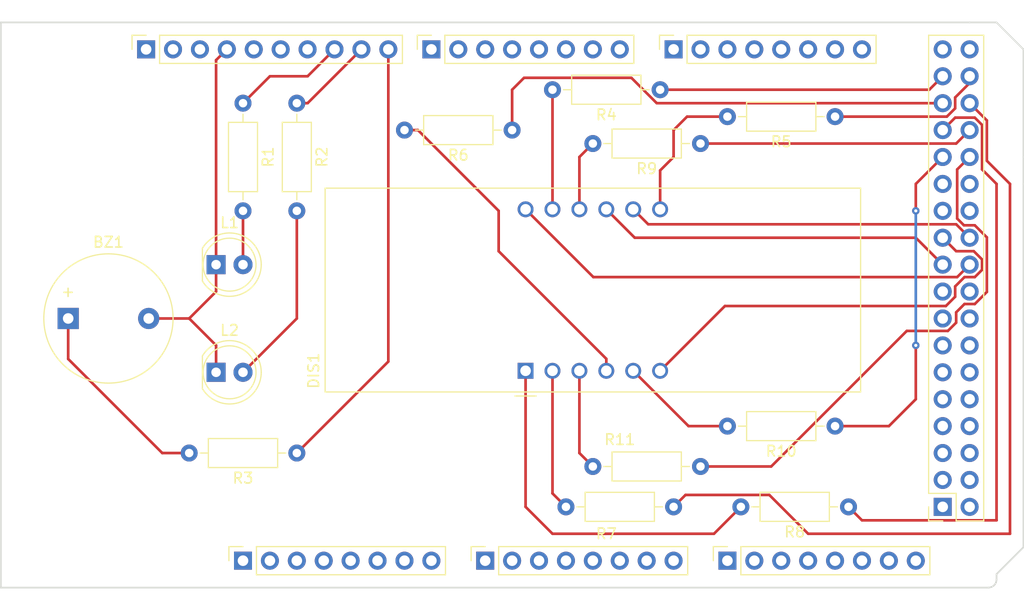
<source format=kicad_pcb>
(kicad_pcb (version 20211014) (generator pcbnew)
  (title_block (date "mar. 31 mars 2015"))
  (layers (0 "F.Cu" signal) (31 "B.Cu" signal) (34 "B.Paste" user) (35 "F.Paste" user) (36 "B.SilkS" user "B.Silkscreen") (37 "F.SilkS" user "F.Silkscreen") (38 "B.Mask" user) (39 "F.Mask" user) (44 "Edge.Cuts" user))
  (net 0 "")
  (net 1 "GND")
  (net 2 "/36")
  (net 3 "/37")
  (net 4 "/34")
  (net 5 "/35")
  (net 6 "/28")
  (net 7 "/29")
  (net 8 "/26")
  (net 9 "/27")
  (net 10 "/24")
  (net 11 "/25")
  (net 12 "/22")
  (net 13 "/23")
  (net 15 "/DIS_E")
  (net 16 "/DIS_D")
  (net 17 "/DIS_DP")
  (net 18 "/DIS_C")
  (net 19 "/DIS_G")
  (net 20 "/DIS_B")
  (net 21 "/DIS_F")
  (net 22 "/DIS_A")
  (net 36 "/10")
  (net 37 "/9")
  (net 38 "/8")
  (net 95 "/BZ_IN")
  (net 96 "/L1_IN")
  (net 97 "/L2_IN")
  (footprint "Connector_PinSocket_2.54mm:PinSocket_2x18_P2.54mm_Vertical" (layer "F.Cu") (at 193.98 92.38 180)
    (fp_text reference "J7" hide)
    (fp_text value "Digital")
    (fp_line (start -1.27 -1.33) (end -1.27 1.27) (layer "F.SilkS") (width 0.12))
    (fp_line (start 1.33 1.27) (end 1.33 44.51) (layer "F.SilkS") (width 0.12))
    (fp_line (start 0 -1.33) (end 1.33 -1.33) (layer "F.SilkS") (width 0.12))
    (fp_line (start -1.27 1.27) (end 1.33 1.27) (layer "F.SilkS") (width 0.12))
    (fp_line (start 1.33 -1.33) (end 1.33 0) (layer "F.SilkS") (width 0.12))
    (fp_line (start -3.87 44.51) (end 1.33 44.51) (layer "F.SilkS") (width 0.12))
    (fp_line (start -3.87 -1.33) (end -1.27 -1.33) (layer "F.SilkS") (width 0.12))
    (fp_line (start -3.87 -1.33) (end -3.87 44.51) (layer "F.SilkS") (width 0.12))
    (pad "1" thru_hole rect locked (at 0 0 180) (size 1.7 1.7) (drill 1) (layers *.Cu *.Mask))
    (pad "2" thru_hole oval locked (at -2.54 0 180) (size 1.7 1.7) (drill 1) (layers *.Cu *.Mask))
    (pad "3" thru_hole oval locked (at 0 2.54 180) (size 1.7 1.7) (drill 1) (layers *.Cu *.Mask))
    (pad "4" thru_hole oval locked (at -2.54 2.54 180) (size 1.7 1.7) (drill 1) (layers *.Cu *.Mask))
    (pad "5" thru_hole oval locked (at 0 5.08 180) (size 1.7 1.7) (drill 1) (layers *.Cu *.Mask))
    (pad "6" thru_hole oval locked (at -2.54 5.08 180) (size 1.7 1.7) (drill 1) (layers *.Cu *.Mask))
    (pad "7" thru_hole oval locked (at 0 7.62 180) (size 1.7 1.7) (drill 1) (layers *.Cu *.Mask))
    (pad "8" thru_hole oval locked (at -2.54 7.62 180) (size 1.7 1.7) (drill 1) (layers *.Cu *.Mask))
    (pad "9" thru_hole oval locked (at 0 10.16 180) (size 1.7 1.7) (drill 1) (layers *.Cu *.Mask))
    (pad "10" thru_hole oval locked (at -2.54 10.16 180) (size 1.7 1.7) (drill 1) (layers *.Cu *.Mask))
    (pad "11" thru_hole oval locked (at 0 12.7 180) (size 1.7 1.7) (drill 1) (layers *.Cu *.Mask))
    (pad "12" thru_hole oval locked (at -2.54 12.7 180) (size 1.7 1.7) (drill 1) (layers *.Cu *.Mask))
    (pad "13" thru_hole oval locked (at 0 15.24 180) (size 1.7 1.7) (drill 1) (layers *.Cu *.Mask))
    (pad "14" thru_hole oval locked (at -2.54 15.24 180) (size 1.7 1.7) (drill 1) (layers *.Cu *.Mask))
    (pad "15" thru_hole oval locked (at 0 17.78 180) (size 1.7 1.7) (drill 1) (layers *.Cu *.Mask))
    (pad "16" thru_hole oval locked (at -2.54 17.78 180) (size 1.7 1.7) (drill 1) (layers *.Cu *.Mask))
    (pad "17" thru_hole oval locked (at 0 20.32 180) (size 1.7 1.7) (drill 1) (layers *.Cu *.Mask))
    (pad "18" thru_hole oval locked (at -2.54 20.32 180) (size 1.7 1.7) (drill 1) (layers *.Cu *.Mask))
    (pad "19" thru_hole oval locked (at 0 22.86 180) (size 1.7 1.7) (drill 1) (layers *.Cu *.Mask) (net 2 "/36"))
    (pad "20" thru_hole oval locked (at -2.54 22.86 180) (size 1.7 1.7) (drill 1) (layers *.Cu *.Mask) (net 3 "/37"))
    (pad "21" thru_hole oval locked (at 0 25.4 180) (size 1.7 1.7) (drill 1) (layers *.Cu *.Mask) (net 4 "/34"))
    (pad "22" thru_hole oval locked (at -2.54 25.4 180) (size 1.7 1.7) (drill 1) (layers *.Cu *.Mask) (net 5 "/35"))
    (pad "23" thru_hole oval locked (at 0 27.94 180) (size 1.7 1.7) (drill 1) (layers *.Cu *.Mask))
    (pad "24" thru_hole oval locked (at -2.54 27.94 180) (size 1.7 1.7) (drill 1) (layers *.Cu *.Mask))
    (pad "25" thru_hole oval locked (at 0 30.48 180) (size 1.7 1.7) (drill 1) (layers *.Cu *.Mask))
    (pad "26" thru_hole oval locked (at -2.54 30.48 180) (size 1.7 1.7) (drill 1) (layers *.Cu *.Mask))
    (pad "27" thru_hole oval locked (at 0 33.02 180) (size 1.7 1.7) (drill 1) (layers *.Cu *.Mask) (net 6 "/28"))
    (pad "28" thru_hole oval locked (at -2.54 33.02 180) (size 1.7 1.7) (drill 1) (layers *.Cu *.Mask) (net 7 "/29"))
    (pad "29" thru_hole oval locked (at 0 35.56 180) (size 1.7 1.7) (drill 1) (layers *.Cu *.Mask) (net 8 "/26"))
    (pad "30" thru_hole oval locked (at -2.54 35.56 180) (size 1.7 1.7) (drill 1) (layers *.Cu *.Mask) (net 9 "/27"))
    (pad "31" thru_hole oval locked (at 0 38.1 180) (size 1.7 1.7) (drill 1) (layers *.Cu *.Mask) (net 10 "/24"))
    (pad "32" thru_hole oval locked (at -2.54 38.1 180) (size 1.7 1.7) (drill 1) (layers *.Cu *.Mask) (net 11 "/25"))
    (pad "33" thru_hole oval locked (at 0 40.64 180) (size 1.7 1.7) (drill 1) (layers *.Cu *.Mask) (net 12 "/22"))
    (pad "34" thru_hole oval locked (at -2.54 40.64 180) (size 1.7 1.7) (drill 1) (layers *.Cu *.Mask) (net 13 "/23"))
    (pad "35" thru_hole oval locked (at 0 43.18 180) (size 1.7 1.7) (drill 1) (layers *.Cu *.Mask))
    (pad "36" thru_hole oval locked (at -2.54 43.18 180) (size 1.7 1.7) (drill 1) (layers *.Cu *.Mask))
  )
  (footprint "Connector_PinSocket_2.54mm:PinSocket_1x08_P2.54mm_Vertical" (layer "F.Cu") (at 127.94 97.46 90)
    (fp_text reference "J1" hide)
    (fp_text value "Power")
    (fp_line (start -1.33 1.27) (end -1.33 19.11) (layer "F.SilkS") (width 0.12))
    (fp_line (start -1.33 1.27) (end 1.33 1.27) (layer "F.SilkS") (width 0.12))
    (fp_line (start -1.33 19.11) (end 1.33 19.11) (layer "F.SilkS") (width 0.12))
    (fp_line (start 1.33 1.27) (end 1.33 19.11) (layer "F.SilkS") (width 0.12))
    (fp_line (start 0 -1.33) (end 1.33 -1.33) (layer "F.SilkS") (width 0.12))
    (fp_line (start 1.33 -1.33) (end 1.33 0) (layer "F.SilkS") (width 0.12))
    (pad "1" thru_hole rect locked (at 0 0 90) (size 1.7 1.7) (drill 1) (layers *.Cu *.Mask))
    (pad "2" thru_hole oval locked (at 0 2.54 90) (size 1.7 1.7) (drill 1) (layers *.Cu *.Mask))
    (pad "3" thru_hole oval locked (at 0 5.08 90) (size 1.7 1.7) (drill 1) (layers *.Cu *.Mask))
    (pad "4" thru_hole oval locked (at 0 7.62 90) (size 1.7 1.7) (drill 1) (layers *.Cu *.Mask))
    (pad "5" thru_hole oval locked (at 0 10.16 90) (size 1.7 1.7) (drill 1) (layers *.Cu *.Mask))
    (pad "6" thru_hole oval locked (at 0 12.7 90) (size 1.7 1.7) (drill 1) (layers *.Cu *.Mask))
    (pad "7" thru_hole oval locked (at 0 15.24 90) (size 1.7 1.7) (drill 1) (layers *.Cu *.Mask))
    (pad "8" thru_hole oval locked (at 0 17.78 90) (size 1.7 1.7) (drill 1) (layers *.Cu *.Mask))
  )
  (footprint "Connector_PinSocket_2.54mm:PinSocket_1x08_P2.54mm_Vertical" (layer "F.Cu") (at 150.8 97.46 90)
    (fp_text reference "J3" hide)
    (fp_text value "Analog")
    (fp_line (start -1.33 1.27) (end -1.33 19.11) (layer "F.SilkS") (width 0.12))
    (fp_line (start 1.33 1.27) (end 1.33 19.11) (layer "F.SilkS") (width 0.12))
    (fp_line (start 0 -1.33) (end 1.33 -1.33) (layer "F.SilkS") (width 0.12))
    (fp_line (start 1.33 -1.33) (end 1.33 0) (layer "F.SilkS") (width 0.12))
    (fp_line (start -1.33 1.27) (end 1.33 1.27) (layer "F.SilkS") (width 0.12))
    (fp_line (start -1.33 19.11) (end 1.33 19.11) (layer "F.SilkS") (width 0.12))
    (pad "1" thru_hole rect locked (at 0 0 90) (size 1.7 1.7) (drill 1) (layers *.Cu *.Mask))
    (pad "2" thru_hole oval locked (at 0 2.54 90) (size 1.7 1.7) (drill 1) (layers *.Cu *.Mask))
    (pad "3" thru_hole oval locked (at 0 5.08 90) (size 1.7 1.7) (drill 1) (layers *.Cu *.Mask))
    (pad "4" thru_hole oval locked (at 0 7.62 90) (size 1.7 1.7) (drill 1) (layers *.Cu *.Mask))
    (pad "5" thru_hole oval locked (at 0 10.16 90) (size 1.7 1.7) (drill 1) (layers *.Cu *.Mask))
    (pad "6" thru_hole oval locked (at 0 12.7 90) (size 1.7 1.7) (drill 1) (layers *.Cu *.Mask))
    (pad "7" thru_hole oval locked (at 0 15.24 90) (size 1.7 1.7) (drill 1) (layers *.Cu *.Mask))
    (pad "8" thru_hole oval locked (at 0 17.78 90) (size 1.7 1.7) (drill 1) (layers *.Cu *.Mask))
  )
  (footprint "Connector_PinSocket_2.54mm:PinSocket_1x08_P2.54mm_Vertical" (layer "F.Cu") (at 173.66 97.46 90)
    (fp_text reference "J5" hide)
    (fp_text value "Analog")
    (fp_line (start -1.33 1.27) (end -1.33 19.11) (layer "F.SilkS") (width 0.12))
    (fp_line (start 0 -1.33) (end 1.33 -1.33) (layer "F.SilkS") (width 0.12))
    (fp_line (start -1.33 19.11) (end 1.33 19.11) (layer "F.SilkS") (width 0.12))
    (fp_line (start 1.33 -1.33) (end 1.33 0) (layer "F.SilkS") (width 0.12))
    (fp_line (start -1.33 1.27) (end 1.33 1.27) (layer "F.SilkS") (width 0.12))
    (fp_line (start 1.33 1.27) (end 1.33 19.11) (layer "F.SilkS") (width 0.12))
    (pad "1" thru_hole rect locked (at 0 0 90) (size 1.7 1.7) (drill 1) (layers *.Cu *.Mask))
    (pad "2" thru_hole oval locked (at 0 2.54 90) (size 1.7 1.7) (drill 1) (layers *.Cu *.Mask))
    (pad "3" thru_hole oval locked (at 0 5.08 90) (size 1.7 1.7) (drill 1) (layers *.Cu *.Mask))
    (pad "4" thru_hole oval locked (at 0 7.62 90) (size 1.7 1.7) (drill 1) (layers *.Cu *.Mask))
    (pad "5" thru_hole oval locked (at 0 10.16 90) (size 1.7 1.7) (drill 1) (layers *.Cu *.Mask))
    (pad "6" thru_hole oval locked (at 0 12.7 90) (size 1.7 1.7) (drill 1) (layers *.Cu *.Mask))
    (pad "7" thru_hole oval locked (at 0 15.24 90) (size 1.7 1.7) (drill 1) (layers *.Cu *.Mask))
    (pad "8" thru_hole oval locked (at 0 17.78 90) (size 1.7 1.7) (drill 1) (layers *.Cu *.Mask))
  )
  (footprint "Connector_PinSocket_2.54mm:PinSocket_1x10_P2.54mm_Vertical" (layer "F.Cu") (at 118.796 49.2 90)
    (fp_text reference "J2" hide)
    (fp_text value "PWM")
    (fp_line (start -1.33 1.27) (end 1.33 1.27) (layer "F.SilkS") (width 0.12))
    (fp_line (start 1.33 1.27) (end 1.33 24.19) (layer "F.SilkS") (width 0.12))
    (fp_line (start -1.33 24.19) (end 1.33 24.19) (layer "F.SilkS") (width 0.12))
    (fp_line (start 0 -1.33) (end 1.33 -1.33) (layer "F.SilkS") (width 0.12))
    (fp_line (start 1.33 -1.33) (end 1.33 0) (layer "F.SilkS") (width 0.12))
    (fp_line (start -1.33 1.27) (end -1.33 24.19) (layer "F.SilkS") (width 0.12))
    (pad "1" thru_hole rect locked (at 0 0 90) (size 1.7 1.7) (drill 1) (layers *.Cu *.Mask))
    (pad "2" thru_hole oval locked (at 0 2.54 90) (size 1.7 1.7) (drill 1) (layers *.Cu *.Mask))
    (pad "3" thru_hole oval locked (at 0 5.08 90) (size 1.7 1.7) (drill 1) (layers *.Cu *.Mask))
    (pad "4" thru_hole oval locked (at 0 7.62 90) (size 1.7 1.7) (drill 1) (layers *.Cu *.Mask) (net 1 "GND"))
    (pad "5" thru_hole oval locked (at 0 10.16 90) (size 1.7 1.7) (drill 1) (layers *.Cu *.Mask))
    (pad "6" thru_hole oval locked (at 0 12.7 90) (size 1.7 1.7) (drill 1) (layers *.Cu *.Mask))
    (pad "7" thru_hole oval locked (at 0 15.24 90) (size 1.7 1.7) (drill 1) (layers *.Cu *.Mask))
    (pad "8" thru_hole oval locked (at 0 17.78 90) (size 1.7 1.7) (drill 1) (layers *.Cu *.Mask) (net 36 "/10"))
    (pad "9" thru_hole oval locked (at 0 20.32 90) (size 1.7 1.7) (drill 1) (layers *.Cu *.Mask) (net 37 "/9"))
    (pad "10" thru_hole oval locked (at 0 22.86 90) (size 1.7 1.7) (drill 1) (layers *.Cu *.Mask) (net 38 "/8"))
  )
  (footprint "Connector_PinSocket_2.54mm:PinSocket_1x08_P2.54mm_Vertical" (layer "F.Cu") (at 145.72 49.2 90)
    (fp_text reference "J4" hide)
    (fp_text value "PWM")
    (fp_line (start 0 -1.33) (end 1.33 -1.33) (layer "F.SilkS") (width 0.12))
    (fp_line (start -1.33 1.27) (end -1.33 19.11) (layer "F.SilkS") (width 0.12))
    (fp_line (start -1.33 19.11) (end 1.33 19.11) (layer "F.SilkS") (width 0.12))
    (fp_line (start -1.33 1.27) (end 1.33 1.27) (layer "F.SilkS") (width 0.12))
    (fp_line (start 1.33 1.27) (end 1.33 19.11) (layer "F.SilkS") (width 0.12))
    (fp_line (start 1.33 -1.33) (end 1.33 0) (layer "F.SilkS") (width 0.12))
    (pad "1" thru_hole rect locked (at 0 0 90) (size 1.7 1.7) (drill 1) (layers *.Cu *.Mask))
    (pad "2" thru_hole oval locked (at 0 2.54 90) (size 1.7 1.7) (drill 1) (layers *.Cu *.Mask))
    (pad "3" thru_hole oval locked (at 0 5.08 90) (size 1.7 1.7) (drill 1) (layers *.Cu *.Mask))
    (pad "4" thru_hole oval locked (at 0 7.62 90) (size 1.7 1.7) (drill 1) (layers *.Cu *.Mask))
    (pad "5" thru_hole oval locked (at 0 10.16 90) (size 1.7 1.7) (drill 1) (layers *.Cu *.Mask))
    (pad "6" thru_hole oval locked (at 0 12.7 90) (size 1.7 1.7) (drill 1) (layers *.Cu *.Mask))
    (pad "7" thru_hole oval locked (at 0 15.24 90) (size 1.7 1.7) (drill 1) (layers *.Cu *.Mask))
    (pad "8" thru_hole oval locked (at 0 17.78 90) (size 1.7 1.7) (drill 1) (layers *.Cu *.Mask))
  )
  (footprint "Connector_PinSocket_2.54mm:PinSocket_1x08_P2.54mm_Vertical" (layer "F.Cu") (at 168.58 49.2 90)
    (fp_text reference "J6" hide)
    (fp_text value "Communication")
    (fp_line (start 0 -1.33) (end 1.33 -1.33) (layer "F.SilkS") (width 0.12))
    (fp_line (start -1.33 1.27) (end 1.33 1.27) (layer "F.SilkS") (width 0.12))
    (fp_line (start 1.33 -1.33) (end 1.33 0) (layer "F.SilkS") (width 0.12))
    (fp_line (start 1.33 1.27) (end 1.33 19.11) (layer "F.SilkS") (width 0.12))
    (fp_line (start -1.33 1.27) (end -1.33 19.11) (layer "F.SilkS") (width 0.12))
    (fp_line (start -1.33 19.11) (end 1.33 19.11) (layer "F.SilkS") (width 0.12))
    (pad "1" thru_hole rect locked (at 0 0 90) (size 1.7 1.7) (drill 1) (layers *.Cu *.Mask))
    (pad "2" thru_hole oval locked (at 0 2.54 90) (size 1.7 1.7) (drill 1) (layers *.Cu *.Mask))
    (pad "3" thru_hole oval locked (at 0 5.08 90) (size 1.7 1.7) (drill 1) (layers *.Cu *.Mask))
    (pad "4" thru_hole oval locked (at 0 7.62 90) (size 1.7 1.7) (drill 1) (layers *.Cu *.Mask))
    (pad "5" thru_hole oval locked (at 0 10.16 90) (size 1.7 1.7) (drill 1) (layers *.Cu *.Mask))
    (pad "6" thru_hole oval locked (at 0 12.7 90) (size 1.7 1.7) (drill 1) (layers *.Cu *.Mask))
    (pad "7" thru_hole oval locked (at 0 15.24 90) (size 1.7 1.7) (drill 1) (layers *.Cu *.Mask))
    (pad "8" thru_hole oval locked (at 0 17.78 90) (size 1.7 1.7) (drill 1) (layers *.Cu *.Mask))
  )
  (footprint "Resistor_THT:R_Axial_DIN0207_L6.3mm_D2.5mm_P10.16mm_Horizontal" (layer "F.Cu") (at 127.94 54.28 -90)
    (fp_text reference "R1" (at 5.08 -2.37 -90) (layer "F.SilkS"))
    (fp_text value "220")
    (fp_line (start 1.04 0) (end 1.81 0) (layer "F.SilkS") (width 0.12))
    (fp_line (start 1.81 -1.37) (end 1.81 1.37) (layer "F.SilkS") (width 0.12))
    (fp_line (start 8.35 -1.37) (end 1.81 -1.37) (layer "F.SilkS") (width 0.12))
    (fp_line (start 8.35 1.37) (end 8.35 -1.37) (layer "F.SilkS") (width 0.12))
    (fp_line (start 1.81 1.37) (end 8.35 1.37) (layer "F.SilkS") (width 0.12))
    (fp_line (start 9.12 0) (end 8.35 0) (layer "F.SilkS") (width 0.12))
    (pad "1" thru_hole circle (at 0 0 270) (size 1.6 1.6) (drill 0.8) (layers *.Cu *.Mask) (net 36 "/10"))
    (pad "2" thru_hole oval (at 10.16 0 270) (size 1.6 1.6) (drill 0.8) (layers *.Cu *.Mask) (net 96 "/L1_IN"))
  )
  (footprint "LED_THT:LED_D5.0mm" (layer "F.Cu") (at 125.4 69.52)
    (fp_text reference "L1" (at 1.27 -3.96) (layer "F.SilkS"))
    (fp_text value "LED")
    (fp_line (start -1.29 -1.545) (end -1.29 1.545) (layer "F.SilkS") (width 0.12))
    (fp_arc (start -1.29 -1.54483) (mid 2.072002 -2.880433) (end 4.26 0.000462) (layer "F.SilkS") (width 0.12))
    (fp_arc (start 4.26 -0.000462) (mid 2.072002 2.880433) (end -1.29 1.54483) (layer "F.SilkS") (width 0.12))
    (fp_circle (center 1.27 0) (end 3.77 0) (layer "F.SilkS") (width 0.12) (fill none))
    (pad "1" thru_hole rect (at 0 0) (size 1.8 1.8) (drill 0.9) (layers *.Cu *.Mask) (net 1 "GND"))
    (pad "2" thru_hole circle (at 2.54 0) (size 1.8 1.8) (drill 0.9) (layers *.Cu *.Mask) (net 96 "/L1_IN"))
  )
  (footprint "Resistor_THT:R_Axial_DIN0207_L6.3mm_D2.5mm_P10.16mm_Horizontal" (layer "F.Cu") (at 168.58 92.38 180)
    (fp_text reference "R7" (at 6.35 -2.54 180) (layer "F.SilkS"))
    (fp_text value "220")
    (fp_line (start 9.12 0) (end 8.35 0) (layer "F.SilkS") (width 0.12))
    (fp_line (start 1.04 0) (end 1.81 0) (layer "F.SilkS") (width 0.12))
    (fp_line (start 1.81 1.37) (end 8.35 1.37) (layer "F.SilkS") (width 0.12))
    (fp_line (start 8.35 -1.37) (end 1.81 -1.37) (layer "F.SilkS") (width 0.12))
    (fp_line (start 8.35 1.37) (end 8.35 -1.37) (layer "F.SilkS") (width 0.12))
    (fp_line (start 1.81 -1.37) (end 1.81 1.37) (layer "F.SilkS") (width 0.12))
    (pad "1" thru_hole circle (at 0 0 180) (size 1.6 1.6) (drill 0.8) (layers *.Cu *.Mask) (net 11 "/25"))
    (pad "2" thru_hole oval (at 10.16 0 180) (size 1.6 1.6) (drill 0.8) (layers *.Cu *.Mask) (net 16 "/DIS_D"))
  )
  (footprint "Arduino_MountingHole:MountingHole_3.2mm" (layer "F.Cu") (at 196.52 97.46)
    (fp_text reference "MH6" hide)
    (fp_text value "MountingHole_3.2mm" hide)
    (pad "" np_thru_hole circle locked (at 0 0) (size 3.2 3.2) (drill 3.2) (layers *.Cu *.Mask))
  )
  (footprint "Resistor_THT:R_Axial_DIN0207_L6.3mm_D2.5mm_P10.16mm_Horizontal" (layer "F.Cu") (at 167.31 53.01 180)
    (fp_text reference "R4" (at 5.08 -2.37 180) (layer "F.SilkS"))
    (fp_text value "220")
    (fp_line (start 1.04 0) (end 1.81 0) (layer "F.SilkS") (width 0.12))
    (fp_line (start 9.12 0) (end 8.35 0) (layer "F.SilkS") (width 0.12))
    (fp_line (start 1.81 1.37) (end 8.35 1.37) (layer "F.SilkS") (width 0.12))
    (fp_line (start 1.81 -1.37) (end 1.81 1.37) (layer "F.SilkS") (width 0.12))
    (fp_line (start 8.35 1.37) (end 8.35 -1.37) (layer "F.SilkS") (width 0.12))
    (fp_line (start 8.35 -1.37) (end 1.81 -1.37) (layer "F.SilkS") (width 0.12))
    (pad "1" thru_hole circle (at 0 0 180) (size 1.6 1.6) (drill 0.8) (layers *.Cu *.Mask) (net 12 "/22"))
    (pad "2" thru_hole oval (at 10.16 0 180) (size 1.6 1.6) (drill 0.8) (layers *.Cu *.Mask) (net 22 "/DIS_A"))
  )
  (footprint "Resistor_THT:R_Axial_DIN0207_L6.3mm_D2.5mm_P10.16mm_Horizontal" (layer "F.Cu") (at 171.12 88.57 180)
    (fp_text reference "R11" (at 7.62 2.54 180) (layer "F.SilkS"))
    (fp_text value "220")
    (fp_line (start 1.04 0) (end 1.81 0) (layer "F.SilkS") (width 0.12))
    (fp_line (start 1.81 1.37) (end 8.35 1.37) (layer "F.SilkS") (width 0.12))
    (fp_line (start 9.12 0) (end 8.35 0) (layer "F.SilkS") (width 0.12))
    (fp_line (start 8.35 1.37) (end 8.35 -1.37) (layer "F.SilkS") (width 0.12))
    (fp_line (start 8.35 -1.37) (end 1.81 -1.37) (layer "F.SilkS") (width 0.12))
    (fp_line (start 1.81 -1.37) (end 1.81 1.37) (layer "F.SilkS") (width 0.12))
    (pad "1" thru_hole circle (at 0 0 180) (size 1.6 1.6) (drill 0.8) (layers *.Cu *.Mask) (net 7 "/29"))
    (pad "2" thru_hole oval (at 10.16 0 180) (size 1.6 1.6) (drill 0.8) (layers *.Cu *.Mask) (net 17 "/DIS_DP"))
  )
  (footprint "Arduino_MountingHole:MountingHole_3.2mm" (layer "F.Cu") (at 115.24 49.2)
    (fp_text reference "MH1" hide)
    (fp_text value "MountingHole_3.2mm" hide)
    (pad "" np_thru_hole circle locked (at 0 0) (size 3.2 3.2) (drill 3.2) (layers *.Cu *.Mask))
  )
  (footprint "Resistor_THT:R_Axial_DIN0207_L6.3mm_D2.5mm_P10.16mm_Horizontal" (layer "F.Cu") (at 185.09 92.38 180)
    (fp_text reference "R8" (at 5.08 -2.37 180) (layer "F.SilkS"))
    (fp_text value "220")
    (fp_line (start 1.81 1.37) (end 8.35 1.37) (layer "F.SilkS") (width 0.12))
    (fp_line (start 9.12 0) (end 8.35 0) (layer "F.SilkS") (width 0.12))
    (fp_line (start 1.81 -1.37) (end 1.81 1.37) (layer "F.SilkS") (width 0.12))
    (fp_line (start 8.35 -1.37) (end 1.81 -1.37) (layer "F.SilkS") (width 0.12))
    (fp_line (start 8.35 1.37) (end 8.35 -1.37) (layer "F.SilkS") (width 0.12))
    (fp_line (start 1.04 0) (end 1.81 0) (layer "F.SilkS") (width 0.12))
    (pad "1" thru_hole circle (at 0 0 180) (size 1.6 1.6) (drill 0.8) (layers *.Cu *.Mask) (net 8 "/26"))
    (pad "2" thru_hole oval (at 10.16 0 180) (size 1.6 1.6) (drill 0.8) (layers *.Cu *.Mask) (net 15 "/DIS_E"))
  )
  (footprint "Resistor_THT:R_Axial_DIN0207_L6.3mm_D2.5mm_P10.16mm_Horizontal" (layer "F.Cu") (at 183.82 55.55 180)
    (fp_text reference "R5" (at 5.08 -2.37 180) (layer "F.SilkS"))
    (fp_text value "220")
    (fp_line (start 9.12 0) (end 8.35 0) (layer "F.SilkS") (width 0.12))
    (fp_line (start 1.04 0) (end 1.81 0) (layer "F.SilkS") (width 0.12))
    (fp_line (start 1.81 1.37) (end 8.35 1.37) (layer "F.SilkS") (width 0.12))
    (fp_line (start 8.35 -1.37) (end 1.81 -1.37) (layer "F.SilkS") (width 0.12))
    (fp_line (start 1.81 -1.37) (end 1.81 1.37) (layer "F.SilkS") (width 0.12))
    (fp_line (start 8.35 1.37) (end 8.35 -1.37) (layer "F.SilkS") (width 0.12))
    (pad "1" thru_hole circle (at 0 0 180) (size 1.6 1.6) (drill 0.8) (layers *.Cu *.Mask) (net 13 "/23"))
    (pad "2" thru_hole oval (at 10.16 0 180) (size 1.6 1.6) (drill 0.8) (layers *.Cu *.Mask) (net 20 "/DIS_B"))
  )
  (footprint "Resistor_THT:R_Axial_DIN0207_L6.3mm_D2.5mm_P10.16mm_Horizontal" (layer "F.Cu") (at 133.02 87.3 180)
    (fp_text reference "R3" (at 5.08 -2.37 180) (layer "F.SilkS"))
    (fp_text value "220")
    (fp_line (start 8.35 -1.37) (end 1.81 -1.37) (layer "F.SilkS") (width 0.12))
    (fp_line (start 8.35 1.37) (end 8.35 -1.37) (layer "F.SilkS") (width 0.12))
    (fp_line (start 9.12 0) (end 8.35 0) (layer "F.SilkS") (width 0.12))
    (fp_line (start 1.81 -1.37) (end 1.81 1.37) (layer "F.SilkS") (width 0.12))
    (fp_line (start 1.81 1.37) (end 8.35 1.37) (layer "F.SilkS") (width 0.12))
    (fp_line (start 1.04 0) (end 1.81 0) (layer "F.SilkS") (width 0.12))
    (pad "1" thru_hole circle (at 0 0 180) (size 1.6 1.6) (drill 0.8) (layers *.Cu *.Mask) (net 38 "/8"))
    (pad "2" thru_hole oval (at 10.16 0 180) (size 1.6 1.6) (drill 0.8) (layers *.Cu *.Mask) (net 95 "/BZ_IN"))
  )
  (footprint "Resistor_THT:R_Axial_DIN0207_L6.3mm_D2.5mm_P10.16mm_Horizontal" (layer "F.Cu") (at 153.34 56.82 180)
    (fp_text reference "R6" (at 5.08 -2.37) (layer "F.SilkS"))
    (fp_text value "220")
    (fp_line (start 8.35 1.37) (end 8.35 -1.37) (layer "F.SilkS") (width 0.12))
    (fp_line (start 8.35 -1.37) (end 1.81 -1.37) (layer "F.SilkS") (width 0.12))
    (fp_line (start 1.81 1.37) (end 8.35 1.37) (layer "F.SilkS") (width 0.12))
    (fp_line (start 9.12 0) (end 8.35 0) (layer "F.SilkS") (width 0.12))
    (fp_line (start 1.04 0) (end 1.81 0) (layer "F.SilkS") (width 0.12))
    (fp_line (start 1.81 -1.37) (end 1.81 1.37) (layer "F.SilkS") (width 0.12))
    (pad "1" thru_hole circle (at 0 0 180) (size 1.6 1.6) (drill 0.8) (layers *.Cu *.Mask) (net 10 "/24"))
    (pad "2" thru_hole oval (at 10.16 0 180) (size 1.6 1.6) (drill 0.8) (layers *.Cu *.Mask) (net 18 "/DIS_C"))
  )
  (footprint "Resistor_THT:R_Axial_DIN0207_L6.3mm_D2.5mm_P10.16mm_Horizontal" (layer "F.Cu") (at 171.12 58.09 180)
    (fp_text reference "R9" (at 5.08 -2.37 180) (layer "F.SilkS"))
    (fp_text value "220")
    (fp_line (start 1.81 -1.37) (end 1.81 1.37) (layer "F.SilkS") (width 0.12))
    (fp_line (start 9.12 0) (end 8.35 0) (layer "F.SilkS") (width 0.12))
    (fp_line (start 1.04 0) (end 1.81 0) (layer "F.SilkS") (width 0.12))
    (fp_line (start 1.81 1.37) (end 8.35 1.37) (layer "F.SilkS") (width 0.12))
    (fp_line (start 8.35 -1.37) (end 1.81 -1.37) (layer "F.SilkS") (width 0.12))
    (fp_line (start 8.35 1.37) (end 8.35 -1.37) (layer "F.SilkS") (width 0.12))
    (pad "1" thru_hole circle (at 0 0 180) (size 1.6 1.6) (drill 0.8) (layers *.Cu *.Mask) (net 9 "/27"))
    (pad "2" thru_hole oval (at 10.16 0 180) (size 1.6 1.6) (drill 0.8) (layers *.Cu *.Mask) (net 21 "/DIS_F"))
  )
  (footprint "Display_7Segment:CA56-12SRWA" (layer "F.Cu") (at 154.61 79.5375 90)
    (fp_text reference "DIS1" (at 0 -20 90) (layer "F.SilkS"))
    (fp_text value "CC56-12SRWA")
    (fp_line (start -2 31.62) (end 17.24 31.62) (layer "F.SilkS") (width 0.12))
    (fp_line (start 17.24 31.62) (end 17.24 -18.92) (layer "F.SilkS") (width 0.12))
    (fp_line (start -2 -18.92) (end -2 31.62) (layer "F.SilkS") (width 0.12))
    (fp_line (start -2 -18.92) (end 17.24 -18.92) (layer "F.SilkS") (width 0.12))
    (fp_line (start -2.38 -1) (end -2.38 1) (layer "F.SilkS") (width 0.12))
    (pad "1" thru_hole rect (at 0 0 90) (size 1.5 1.5) (drill 1) (layers *.Cu *.Mask) (net 15 "/DIS_E"))
    (pad "2" thru_hole circle (at 0 2.54 90) (size 1.5 1.5) (drill 1) (layers *.Cu *.Mask) (net 16 "/DIS_D"))
    (pad "3" thru_hole circle (at 0 5.08 90) (size 1.5 1.5) (drill 1) (layers *.Cu *.Mask) (net 17 "/DIS_DP"))
    (pad "4" thru_hole circle (at 0 7.62 90) (size 1.5 1.5) (drill 1) (layers *.Cu *.Mask) (net 18 "/DIS_C"))
    (pad "5" thru_hole circle (at 0 10.16 90) (size 1.5 1.5) (drill 1) (layers *.Cu *.Mask) (net 19 "/DIS_G"))
    (pad "6" thru_hole circle (at 0 12.7 90) (size 1.5 1.5) (drill 1) (layers *.Cu *.Mask) (net 4 "/34"))
    (pad "7" thru_hole circle (at 15.24 12.7 90) (size 1.5 1.5) (drill 1) (layers *.Cu *.Mask) (net 20 "/DIS_B"))
    (pad "8" thru_hole circle (at 15.24 10.16 90) (size 1.5 1.5) (drill 1) (layers *.Cu *.Mask) (net 5 "/35"))
    (pad "9" thru_hole circle (at 15.24 7.62 90) (size 1.5 1.5) (drill 1) (layers *.Cu *.Mask) (net 2 "/36"))
    (pad "10" thru_hole circle (at 15.24 5.08 90) (size 1.5 1.5) (drill 1) (layers *.Cu *.Mask) (net 21 "/DIS_F"))
    (pad "11" thru_hole circle (at 15.24 2.54 90) (size 1.5 1.5) (drill 1) (layers *.Cu *.Mask) (net 22 "/DIS_A"))
    (pad "12" thru_hole circle (at 15.24 0 90) (size 1.5 1.5) (drill 1) (layers *.Cu *.Mask) (net 3 "/37"))
  )
  (footprint "Resistor_THT:R_Axial_DIN0207_L6.3mm_D2.5mm_P10.16mm_Horizontal" (layer "F.Cu") (at 183.82 84.76 180)
    (fp_text reference "R10" (at 5.08 -2.37 180) (layer "F.SilkS"))
    (fp_text value "220")
    (fp_line (start 1.04 0) (end 1.81 0) (layer "F.SilkS") (width 0.12))
    (fp_line (start 9.12 0) (end 8.35 0) (layer "F.SilkS") (width 0.12))
    (fp_line (start 8.35 -1.37) (end 1.81 -1.37) (layer "F.SilkS") (width 0.12))
    (fp_line (start 1.81 -1.37) (end 1.81 1.37) (layer "F.SilkS") (width 0.12))
    (fp_line (start 1.81 1.37) (end 8.35 1.37) (layer "F.SilkS") (width 0.12))
    (fp_line (start 8.35 1.37) (end 8.35 -1.37) (layer "F.SilkS") (width 0.12))
    (pad "1" thru_hole circle (at 0 0 180) (size 1.6 1.6) (drill 0.8) (layers *.Cu *.Mask) (net 6 "/28"))
    (pad "2" thru_hole oval (at 10.16 0 180) (size 1.6 1.6) (drill 0.8) (layers *.Cu *.Mask) (net 19 "/DIS_G"))
  )
  (footprint "Buzzer_Beeper:Buzzer_12x9.5RM7.6" (layer "F.Cu") (at 111.44 74.6)
    (fp_text reference "BZ1" (at 3.8 -7.2) (layer "F.SilkS"))
    (fp_text value "Buzzer")
    (fp_text user "+" (at -0.01 -2.54) (layer "F.SilkS"))
    (fp_circle (center 3.8 0) (end 9.9 0) (layer "F.SilkS") (width 0.12) (fill none))
    (pad "1" thru_hole rect (at 0 0) (size 2 2) (drill 1) (layers *.Cu *.Mask) (net 95 "/BZ_IN"))
    (pad "2" thru_hole circle (at 7.6 0) (size 2 2) (drill 1) (layers *.Cu *.Mask) (net 1 "GND"))
  )
  (footprint "Arduino_MountingHole:MountingHole_3.2mm" (layer "F.Cu") (at 113.97 97.46)
    (fp_text reference "MH2" hide)
    (fp_text value "MountingHole_3.2mm" hide)
    (pad "" np_thru_hole circle locked (at 0 0) (size 3.2 3.2) (drill 3.2) (layers *.Cu *.Mask))
  )
  (footprint "LED_THT:LED_D5.0mm" (layer "F.Cu") (at 125.4 79.68)
    (fp_text reference "L2" (at 1.27 -3.96) (layer "F.SilkS"))
    (fp_text value "LED")
    (fp_line (start -1.29 -1.545) (end -1.29 1.545) (layer "F.SilkS") (width 0.12))
    (fp_arc (start 4.26 -0.000462) (mid 2.072002 2.880433) (end -1.29 1.54483) (layer "F.SilkS") (width 0.12))
    (fp_arc (start -1.29 -1.54483) (mid 2.072002 -2.880433) (end 4.26 0.000462) (layer "F.SilkS") (width 0.12))
    (fp_circle (center 1.27 0) (end 3.77 0) (layer "F.SilkS") (width 0.12) (fill none))
    (pad "1" thru_hole rect (at 0 0) (size 1.8 1.8) (drill 0.9) (layers *.Cu *.Mask) (net 1 "GND"))
    (pad "2" thru_hole circle (at 2.54 0) (size 1.8 1.8) (drill 0.9) (layers *.Cu *.Mask) (net 97 "/L2_IN"))
  )
  (footprint "Resistor_THT:R_Axial_DIN0207_L6.3mm_D2.5mm_P10.16mm_Horizontal" (layer "F.Cu") (at 133.02 54.28 -90)
    (fp_text reference "R2" (at 5.08 -2.37 -90) (layer "F.SilkS"))
    (fp_text value "220")
    (fp_line (start 8.35 1.37) (end 8.35 -1.37) (layer "F.SilkS") (width 0.12))
    (fp_line (start 1.81 -1.37) (end 1.81 1.37) (layer "F.SilkS") (width 0.12))
    (fp_line (start 1.81 1.37) (end 8.35 1.37) (layer "F.SilkS") (width 0.12))
    (fp_line (start 9.12 0) (end 8.35 0) (layer "F.SilkS") (width 0.12))
    (fp_line (start 1.04 0) (end 1.81 0) (layer "F.SilkS") (width 0.12))
    (fp_line (start 8.35 -1.37) (end 1.81 -1.37) (layer "F.SilkS") (width 0.12))
    (pad "1" thru_hole circle (at 0 0 270) (size 1.6 1.6) (drill 0.8) (layers *.Cu *.Mask) (net 37 "/9"))
    (pad "2" thru_hole oval (at 10.16 0 270) (size 1.6 1.6) (drill 0.8) (layers *.Cu *.Mask) (net 97 "/L2_IN"))
  )
  (footprint "Arduino_MountingHole:MountingHole_3.2mm" (layer "F.Cu") (at 190.17 49.2)
    (fp_text reference "MH5" hide)
    (fp_text value "MountingHole_3.2mm" hide)
    (pad "" np_thru_hole circle locked (at 0 0) (size 3.2 3.2) (drill 3.2) (layers *.Cu *.Mask))
  )
  (gr_line (start 105.08 100) (end 105.08 46.66) (layer "Edge.Cuts") (width 0.15))
  (gr_line (start 201.6 61.9) (end 201.6 96.19) (layer "Edge.Cuts") (width 0.15))
  (gr_line (start 201.6 49.2) (end 199.06 46.66) (layer "Edge.Cuts") (width 0.15))
  (gr_line (start 198.298 100) (end 105.08 100) (layer "Edge.Cuts") (width 0.15))
  (gr_line (start 105.08 46.66) (end 196.52 46.66) (layer "Edge.Cuts") (width 0.15))
  (gr_line (start 201.6 96.19) (end 199.06 98.73) (layer "Edge.Cuts") (width 0.15))
  (gr_arc (start 199.06 99.238) (mid 198.836815 99.776815) (end 198.298 100) (layer "Edge.Cuts") (width 0.15))
  (gr_line (start 199.06 46.66) (end 196.52 46.66) (layer "Edge.Cuts") (width 0.15))
  (gr_line (start 201.6 49.2) (end 201.6 59.36) (layer "Edge.Cuts") (width 0.15))
  (gr_line (start 199.06 98.73) (end 199.06 99.238) (layer "Edge.Cuts") (width 0.15))
  (gr_line (start 201.6 61.9) (end 201.6 59.36) (layer "Edge.Cuts") (width 0.15))
  (segment (start 125.4 77.14) (end 122.86 74.6) (width 0.25) (layer "F.Cu") (net 1))
  (segment (start 122.86 74.6) (end 119.04 74.6) (width 0.25) (layer "F.Cu") (net 1))
  (segment (start 125.4 69.52) (end 125.4 72.06) (width 0.25) (layer "F.Cu") (net 1))
  (segment (start 125.4 50.216) (end 126.416 49.2) (width 0.25) (layer "F.Cu") (net 1))
  (segment (start 125.4 72.06) (end 122.86 74.6) (width 0.25) (layer "F.Cu") (net 1))
  (segment (start 125.4 79.68) (end 125.4 77.14) (width 0.25) (layer "F.Cu") (net 1))
  (segment (start 125.4 69.52) (end 125.4 50.216) (width 0.25) (layer "F.Cu") (net 1))
  (segment (start 191.44 66.98) (end 193.98 69.52) (width 0.25) (layer "F.Cu") (net 2))
  (segment (start 164.9125 66.98) (end 191.44 66.98) (width 0.25) (layer "F.Cu") (net 2))
  (segment (start 162.23 64.2975) (end 164.9125 66.98) (width 0.25) (layer "F.Cu") (net 2))
  (segment (start 161.0075 70.695) (end 195.345 70.695) (width 0.25) (layer "F.Cu") (net 3))
  (segment (start 195.345 70.695) (end 196.52 69.52) (width 0.25) (layer "F.Cu") (net 3))
  (segment (start 154.61 64.2975) (end 161.0075 70.695) (width 0.25) (layer "F.Cu") (net 3))
  (segment (start 167.31 79.5375) (end 173.4225 73.425) (width 0.25) (layer "F.Cu") (net 4))
  (segment (start 195.25 68.25) (end 193.98 66.98) (width 0.25) (layer "F.Cu") (net 4))
  (segment (start 197.695 70.006701) (end 197.695 69.033299) (width 0.25) (layer "F.Cu") (net 4))
  (segment (start 194.276701 73.425) (end 195.155 72.546701) (width 0.25) (layer "F.Cu") (net 4))
  (segment (start 173.4225 73.425) (end 194.276701 73.425) (width 0.25) (layer "F.Cu") (net 4))
  (segment (start 196.911701 68.25) (end 195.25 68.25) (width 0.25) (layer "F.Cu") (net 4))
  (segment (start 196.033299 70.695) (end 197.006701 70.695) (width 0.25) (layer "F.Cu") (net 4))
  (segment (start 197.006701 70.695) (end 197.695 70.006701) (width 0.25) (layer "F.Cu") (net 4))
  (segment (start 195.155 71.573299) (end 196.033299 70.695) (width 0.25) (layer "F.Cu") (net 4))
  (segment (start 197.695 69.033299) (end 196.911701 68.25) (width 0.25) (layer "F.Cu") (net 4))
  (segment (start 195.155 72.546701) (end 195.155 71.573299) (width 0.25) (layer "F.Cu") (net 4))
  (segment (start 166.1825 65.71) (end 195.25 65.71) (width 0.25) (layer "F.Cu") (net 5))
  (segment (start 195.25 65.71) (end 196.52 66.98) (width 0.25) (layer "F.Cu") (net 5))
  (segment (start 164.77 64.2975) (end 166.1825 65.71) (width 0.25) (layer "F.Cu") (net 5))
  (segment (start 191.44 82.22) (end 191.44 77.14) (width 0.25) (layer "F.Cu") (net 6))
  (segment (start 191.44 61.9) (end 193.98 59.36) (width 0.25) (layer "F.Cu") (net 6))
  (segment (start 188.9 84.76) (end 191.44 82.22) (width 0.25) (layer "F.Cu") (net 6))
  (segment (start 191.44 64.44) (end 191.44 61.9) (width 0.25) (layer "F.Cu") (net 6))
  (segment (start 183.82 84.76) (end 188.9 84.76) (width 0.25) (layer "F.Cu") (net 6))
  (via (at 191.44 64.44) (size 0.7) (drill 0.3) (layers "F.Cu" "B.Cu") (net 6))
  (via (at 191.44 77.14) (size 0.7) (drill 0.3) (layers "F.Cu" "B.Cu") (net 6))
  (segment (start 191.44 77.14) (end 191.44 64.44) (width 0.25) (layer "B.Cu") (net 6))
  (segment (start 195.25 74.991701) (end 194.466701 75.775) (width 0.25) (layer "F.Cu") (net 7))
  (segment (start 195.981395 65.805) (end 197.006701 65.805) (width 0.25) (layer "F.Cu") (net 7))
  (segment (start 195.345 60.535) (end 195.345 65.168605) (width 0.25) (layer "F.Cu") (net 7))
  (segment (start 194.466701 75.775) (end 190.585991 75.775) (width 0.25) (layer "F.Cu") (net 7))
  (segment (start 198.145 66.943299) (end 198.145 72.096701) (width 0.25) (layer "F.Cu") (net 7))
  (segment (start 196.033299 73.235) (end 195.25 74.018299) (width 0.25) (layer "F.Cu") (net 7))
  (segment (start 177.790991 88.57) (end 171.12 88.57) (width 0.25) (layer "F.Cu") (net 7))
  (segment (start 198.145 72.096701) (end 197.006701 73.235) (width 0.25) (layer "F.Cu") (net 7))
  (segment (start 197.006701 65.805) (end 198.145 66.943299) (width 0.25) (layer "F.Cu") (net 7))
  (segment (start 196.52 59.36) (end 195.345 60.535) (width 0.25) (layer "F.Cu") (net 7))
  (segment (start 195.345 65.168605) (end 195.981395 65.805) (width 0.25) (layer "F.Cu") (net 7))
  (segment (start 195.25 74.018299) (end 195.25 74.991701) (width 0.25) (layer "F.Cu") (net 7))
  (segment (start 197.006701 73.235) (end 196.033299 73.235) (width 0.25) (layer "F.Cu") (net 7))
  (segment (start 190.585991 75.775) (end 177.790991 88.57) (width 0.25) (layer "F.Cu") (net 7))
  (segment (start 197.695 60.535) (end 197.695 56.333299) (width 0.25) (layer "F.Cu") (net 8))
  (segment (start 195.155 55.645) (end 193.98 56.82) (width 0.25) (layer "F.Cu") (net 8))
  (segment (start 199.06 93.65) (end 186.36 93.65) (width 0.25) (layer "F.Cu") (net 8))
  (segment (start 199.06 61.9) (end 197.695 60.535) (width 0.25) (layer "F.Cu") (net 8))
  (segment (start 197.006701 55.645) (end 195.155 55.645) (width 0.25) (layer "F.Cu") (net 8))
  (segment (start 199.06 61.9) (end 199.06 93.65) (width 0.25) (layer "F.Cu") (net 8))
  (segment (start 186.36 93.65) (end 185.09 92.38) (width 0.25) (layer "F.Cu") (net 8))
  (segment (start 197.695 56.333299) (end 197.006701 55.645) (width 0.25) (layer "F.Cu") (net 8))
  (segment (start 171.12 58.09) (end 195.25 58.09) (width 0.25) (layer "F.Cu") (net 9))
  (segment (start 195.25 58.09) (end 196.52 56.82) (width 0.25) (layer "F.Cu") (net 9))
  (segment (start 154.465 51.885) (end 164.594009 51.885) (width 0.25) (layer "F.Cu") (net 10))
  (segment (start 164.594009 51.885) (end 166.989009 54.28) (width 0.25) (layer "F.Cu") (net 10))
  (segment (start 166.989009 54.28) (end 193.98 54.28) (width 0.25) (layer "F.Cu") (net 10))
  (segment (start 153.34 53.01) (end 153.34 56.82) (width 0.25) (layer "F.Cu") (net 10))
  (segment (start 154.465 51.885) (end 153.34 53.01) (width 0.25) (layer "F.Cu") (net 10))
  (segment (start 177.615 91.255) (end 169.705 91.255) (width 0.25) (layer "F.Cu") (net 11))
  (segment (start 198.145 55.905) (end 198.145 59.715) (width 0.25) (layer "F.Cu") (net 11))
  (segment (start 181.28 94.92) (end 177.615 91.255) (width 0.25) (layer "F.Cu") (net 11))
  (segment (start 196.52 54.28) (end 198.145 55.905) (width 0.25) (layer "F.Cu") (net 11))
  (segment (start 169.705 91.255) (end 168.58 92.38) (width 0.25) (layer "F.Cu") (net 11))
  (segment (start 200.33 61.9) (end 200.33 94.92) (width 0.25) (layer "F.Cu") (net 11))
  (segment (start 198.145 59.715) (end 200.33 61.9) (width 0.25) (layer "F.Cu") (net 11))
  (segment (start 200.33 94.92) (end 181.28 94.92) (width 0.25) (layer "F.Cu") (net 11))
  (segment (start 192.71 53.01) (end 193.98 51.74) (width 0.25) (layer "F.Cu") (net 12))
  (segment (start 167.31 53.01) (end 192.71 53.01) (width 0.25) (layer "F.Cu") (net 12))
  (segment (start 194.371701 55.55) (end 195.155 54.766701) (width 0.25) (layer "F.Cu") (net 13))
  (segment (start 196.52 52.376396) (end 196.52 51.74) (width 0.25) (layer "F.Cu") (net 13))
  (segment (start 195.155 53.741396) (end 196.52 52.376396) (width 0.25) (layer "F.Cu") (net 13))
  (segment (start 195.155 54.766701) (end 195.155 53.741396) (width 0.25) (layer "F.Cu") (net 13))
  (segment (start 183.82 55.55) (end 194.371701 55.55) (width 0.25) (layer "F.Cu") (net 13))
  (segment (start 172.39 94.92) (end 174.93 92.38) (width 0.25) (layer "F.Cu") (net 15))
  (segment (start 157.15 94.92) (end 172.39 94.92) (width 0.25) (layer "F.Cu") (net 15))
  (segment (start 157.15 94.92) (end 154.61 92.38) (width 0.25) (layer "F.Cu") (net 15))
  (segment (start 154.61 92.38) (end 154.61 79.5375) (width 0.25) (layer "F.Cu") (net 15))
  (segment (start 157.15 79.5375) (end 157.15 91.11) (width 0.25) (layer "F.Cu") (net 16))
  (segment (start 157.15 91.11) (end 158.42 92.38) (width 0.25) (layer "F.Cu") (net 16))
  (segment (start 159.69 87.3) (end 160.96 88.57) (width 0.25) (layer "F.Cu") (net 17))
  (segment (start 159.69 79.5375) (end 159.69 87.3) (width 0.25) (layer "F.Cu") (net 17))
  (segment (start 162.23 79.5375) (end 162.23 78.41) (width 0.25) (layer "F.Cu") (net 18))
  (segment (start 144.45 56.82) (end 152.07 64.44) (width 0.25) (layer "F.Cu") (net 18))
  (segment (start 152.07 68.25) (end 152.07 64.44) (width 0.25) (layer "F.Cu") (net 18))
  (segment (start 143.18 56.82) (end 144.45 56.82) (width 0.25) (layer "F.Cu") (net 18))
  (segment (start 162.23 78.41) (end 152.07 68.25) (width 0.25) (layer "F.Cu") (net 18))
  (segment (start 164.77 79.5375) (end 169.9925 84.76) (width 0.25) (layer "F.Cu") (net 19))
  (segment (start 169.9925 84.76) (end 173.66 84.76) (width 0.25) (layer "F.Cu") (net 19))
  (segment (start 167.31 64.2975) (end 167.31 60.63) (width 0.25) (layer "F.Cu") (net 20))
  (segment (start 173.66 55.55) (end 169.85 55.55) (width 0.25) (layer "F.Cu") (net 20))
  (segment (start 168.58 59.36) (end 168.58 56.82) (width 0.25) (layer "F.Cu") (net 20))
  (segment (start 167.31 60.63) (end 168.58 59.36) (width 0.25) (layer "F.Cu") (net 20))
  (segment (start 168.58 56.82) (end 169.85 55.55) (width 0.25) (layer "F.Cu") (net 20))
  (segment (start 159.69 59.36) (end 160.96 58.09) (width 0.25) (layer "F.Cu") (net 21))
  (segment (start 159.69 64.2975) (end 159.69 59.36) (width 0.25) (layer "F.Cu") (net 21))
  (segment (start 157.15 64.2975) (end 157.15 53.01) (width 0.25) (layer "F.Cu") (net 22))
  (segment (start 134.036 51.74) (end 130.48 51.74) (width 0.25) (layer "F.Cu") (net 36))
  (segment (start 130.48 51.74) (end 127.94 54.28) (width 0.25) (layer "F.Cu") (net 36))
  (segment (start 136.576 49.2) (end 134.036 51.74) (width 0.25) (layer "F.Cu") (net 36))
  (segment (start 139.116 49.2) (end 134.036 54.28) (width 0.25) (layer "F.Cu") (net 37))
  (segment (start 134.036 54.28) (end 133.02 54.28) (width 0.25) (layer "F.Cu") (net 37))
  (segment (start 141.656 78.664) (end 141.656 49.2) (width 0.25) (layer "F.Cu") (net 38))
  (segment (start 133.02 87.3) (end 141.656 78.664) (width 0.25) (layer "F.Cu") (net 38))
  (segment (start 111.44 78.42) (end 120.32 87.3) (width 0.25) (layer "F.Cu") (net 95))
  (segment (start 111.44 74.6) (end 111.44 78.42) (width 0.25) (layer "F.Cu") (net 95))
  (segment (start 120.32 87.3) (end 122.86 87.3) (width 0.25) (layer "F.Cu") (net 95))
  (segment (start 127.94 69.52) (end 127.94 64.44) (width 0.25) (layer "F.Cu") (net 96))
  (segment (start 127.94 79.68) (end 133.02 74.6) (width 0.25) (layer "F.Cu") (net 97))
  (segment (start 133.02 64.44) (end 133.02 74.6) (width 0.25) (layer "F.Cu") (net 97))
)
</source>
